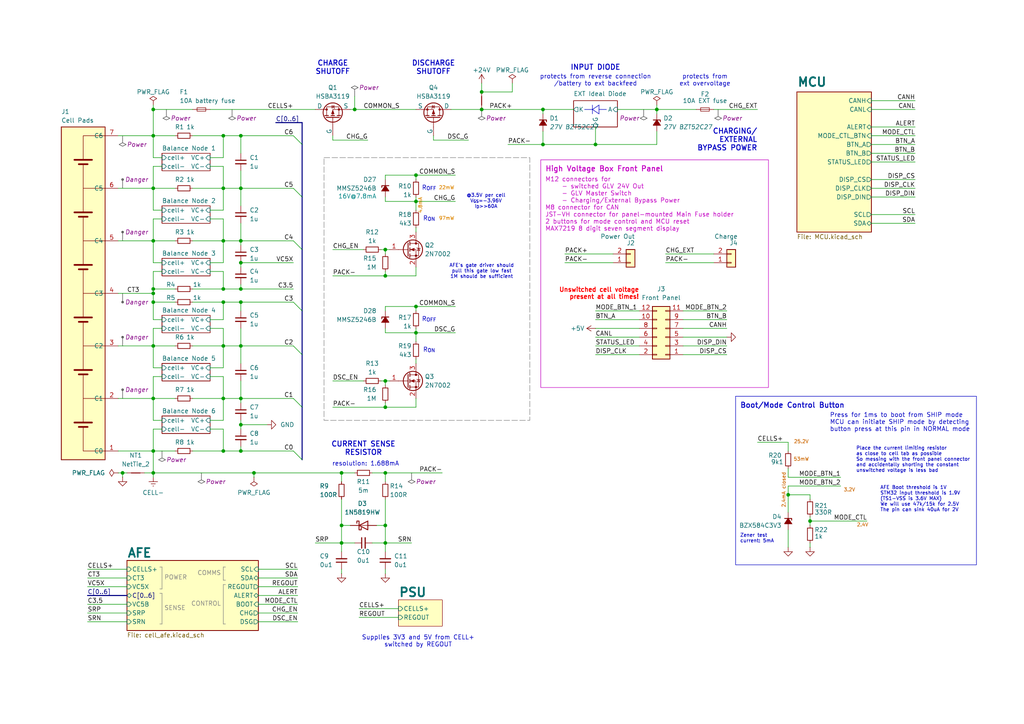
<source format=kicad_sch>
(kicad_sch (version 20231120) (generator "eeschema") (generator_version "8.0")
  (paper "A4")
  (title_block (title "6S_BMS") (date "2025-04-27") (rev "2.0") (company "NTURacing") (comment 1 "Jerrymk, Jack Kuo") (comment 2 "Electrical"))
  (junction (at 44.45 85.09))
  (junction (at 69.85 87.63))
  (junction (at 120.65 50.8))
  (junction (at 35.56 137.16))
  (junction (at 44.45 130.81))
  (junction (at 69.85 54.61))
  (junction (at 234.95 151.13))
  (junction (at 111.76 157.48))
  (junction (at 64.77 130.81))
  (junction (at 157.48 31.75))
  (junction (at 69.85 76.2))
  (junction (at 73.66 137.16))
  (junction (at 44.45 39.37))
  (junction (at 64.77 100.33))
  (junction (at 228.6 143.51))
  (junction (at 111.76 110.49))
  (junction (at 111.76 137.16))
  (junction (at 44.45 31.75))
  (junction (at 69.85 69.85))
  (junction (at 44.45 54.61))
  (junction (at 120.65 58.42))
  (junction (at 111.76 152.4))
  (junction (at 44.45 83.82))
  (junction (at 44.45 115.57))
  (junction (at 190.5 31.75))
  (junction (at 64.77 115.57))
  (junction (at 120.65 88.9))
  (junction (at 111.76 72.39))
  (junction (at 69.85 100.33))
  (junction (at 111.76 80.01))
  (junction (at 172.72 41.91))
  (junction (at 69.85 130.81))
  (junction (at 64.77 87.63))
  (junction (at 64.77 54.61))
  (junction (at 44.45 137.16))
  (junction (at 64.77 39.37))
  (junction (at 139.7 26.67))
  (junction (at 64.77 83.82))
  (junction (at 44.45 69.85))
  (junction (at 69.85 115.57))
  (junction (at 99.06 137.16))
  (junction (at 44.45 100.33))
  (junction (at 139.7 31.75))
  (junction (at 64.77 69.85))
  (junction (at 102.87 31.75))
  (junction (at 69.85 123.19))
  (junction (at 120.65 96.52))
  (junction (at 157.48 41.91))
  (junction (at 99.06 157.48))
  (junction (at 111.76 118.11))
  (junction (at 69.85 39.37))
  (junction (at 99.06 152.4))
  (junction (at 44.45 87.63))
  (junction (at 69.85 83.82))
  (bus_entry (at 85.09 87.63) (size 2.54 2.54))
  (bus_entry (at 85.09 130.81) (size 2.54 2.54))
  (bus_entry (at 85.09 54.61) (size 2.54 2.54))
  (bus_entry (at 85.09 69.85) (size 2.54 2.54))
  (bus_entry (at 85.09 39.37) (size 2.54 2.54))
  (bus_entry (at 85.09 115.57) (size 2.54 2.54))
  (bus_entry (at 85.09 100.33) (size 2.54 2.54))
  (wire (pts (xy 234.95 144.78) (xy 234.95 143.51)))
  (wire (pts (xy 96.52 40.64) (xy 96.52 39.37)))
  (wire (pts (xy 44.45 30.48) (xy 44.45 31.75)))
  (wire (pts (xy 34.29 137.16) (xy 35.56 137.16)))
  (wire (pts (xy 234.95 157.48) (xy 234.95 158.75)))
  (wire (pts (xy 44.45 115.57) (xy 44.45 121.92)))
  (wire (pts (xy 60.96 60.96) (xy 64.77 60.96)))
  (wire (pts (xy 44.45 76.2) (xy 46.99 76.2)))
  (wire (pts (xy 44.45 39.37) (xy 50.8 39.37)))
  (wire (pts (xy 234.95 149.86) (xy 234.95 151.13)))
  (wire (pts (xy 69.85 49.53) (xy 69.85 54.61)))
  (wire (pts (xy 25.4 165.1) (xy 36.83 165.1)))
  (wire (pts (xy 120.65 66.04) (xy 120.65 67.31)))
  (wire (pts (xy 111.76 73.66) (xy 111.76 72.39)))
  (wire (pts (xy 172.72 90.17) (xy 185.42 90.17)))
  (wire (pts (xy 64.77 109.22) (xy 64.77 115.57)))
  (wire (pts (xy 34.29 115.57) (xy 44.45 115.57)))
  (wire (pts (xy 210.82 97.79) (xy 198.12 97.79)))
  (wire (pts (xy 44.45 138.43) (xy 44.45 137.16)))
  (wire (pts (xy 139.7 24.13) (xy 139.7 26.67)))
  (polyline (pts (xy 173.736 33.02) (xy 171.831 31.75)))
  (wire (pts (xy 69.85 130.81) (xy 64.77 130.81)))
  (wire (pts (xy 148.59 24.13) (xy 148.59 26.67)))
  (wire (pts (xy 25.4 167.64) (xy 36.83 167.64)))
  (wire (pts (xy 139.7 31.75) (xy 157.48 31.75)))
  (wire (pts (xy 73.66 137.16) (xy 99.06 137.16)))
  (wire (pts (xy 69.85 54.61) (xy 69.85 59.69)))
  (wire (pts (xy 120.65 57.15) (xy 120.65 58.42)))
  (wire (pts (xy 34.29 130.81) (xy 44.45 130.81)))
  (wire (pts (xy 44.45 45.72) (xy 46.99 45.72)))
  (wire (pts (xy 69.85 90.17) (xy 69.85 87.63)))
  (wire (pts (xy 190.5 31.75) (xy 190.5 33.02)))
  (wire (pts (xy 120.65 99.06) (xy 120.65 96.52)))
  (wire (pts (xy 44.45 69.85) (xy 50.8 69.85)))
  (wire (pts (xy 207.01 31.75) (xy 219.71 31.75)))
  (wire (pts (xy 172.72 100.33) (xy 185.42 100.33)))
  (wire (pts (xy 219.71 128.27) (xy 228.6 128.27)))
  (wire (pts (xy 120.65 88.9) (xy 120.65 90.17)))
  (wire (pts (xy 96.52 40.64) (xy 106.68 40.64)))
  (wire (pts (xy 102.87 27.94) (xy 102.87 31.75)))
  (wire (pts (xy 44.45 54.61) (xy 44.45 60.96)))
  (wire (pts (xy 69.85 110.49) (xy 69.85 115.57)))
  (bus (pts (xy 25.4 172.72) (xy 36.83 172.72)))
  (wire (pts (xy 109.22 152.4) (xy 111.76 152.4)))
  (polyline (pts (xy 46.99 172.085) (xy 46.99 180.975)) (stroke (width 0) (color 132 132 132 1)))
  (wire (pts (xy 252.73 36.83) (xy 265.43 36.83)))
  (wire (pts (xy 210.82 102.87) (xy 198.12 102.87)))
  (wire (pts (xy 111.76 110.49) (xy 113.03 110.49)))
  (wire (pts (xy 64.77 121.92) (xy 64.77 115.57)))
  (wire (pts (xy 120.65 80.01) (xy 120.65 77.47)))
  (wire (pts (xy 172.72 102.87) (xy 185.42 102.87)))
  (wire (pts (xy 44.45 130.81) (xy 44.45 137.16)))
  (wire (pts (xy 74.93 177.8) (xy 86.36 177.8)))
  (wire (pts (xy 69.85 100.33) (xy 85.09 100.33)))
  (wire (pts (xy 44.45 115.57) (xy 50.8 115.57)))
  (bus (pts (xy 87.63 41.91) (xy 87.63 35.56)))
  (wire (pts (xy 179.07 31.75) (xy 190.5 31.75)))
  (wire (pts (xy 74.93 167.64) (xy 86.36 167.64)))
  (polyline (pts (xy 65.405 180.975) (xy 64.77 180.975)) (stroke (width 0) (color 132 132 132 1)))
  (wire (pts (xy 44.45 63.5) (xy 44.45 69.85)))
  (wire (pts (xy 193.04 73.66) (xy 207.01 73.66)))
  (wire (pts (xy 172.72 92.71) (xy 185.42 92.71)))
  (polyline (pts (xy 65.405 164.465) (xy 64.77 164.465)) (stroke (width 0) (color 132 132 132 1)))
  (wire (pts (xy 44.45 100.33) (xy 50.8 100.33)))
  (wire (pts (xy 69.85 123.19) (xy 69.85 124.46)))
  (wire (pts (xy 172.72 95.25) (xy 185.42 95.25)))
  (wire (pts (xy 107.95 137.16) (xy 111.76 137.16)))
  (wire (pts (xy 44.45 78.74) (xy 44.45 83.82)))
  (wire (pts (xy 41.91 137.16) (xy 44.45 137.16)))
  (wire (pts (xy 234.95 151.13) (xy 234.95 152.4)))
  (wire (pts (xy 69.85 39.37) (xy 85.09 39.37)))
  (wire (pts (xy 60.96 121.92) (xy 64.77 121.92)))
  (wire (pts (xy 96.52 118.11) (xy 111.76 118.11)))
  (wire (pts (xy 69.85 54.61) (xy 64.77 54.61)))
  (polyline (pts (xy 65.405 169.545) (xy 64.77 169.545)) (stroke (width 0) (color 132 132 132 1)))
  (wire (pts (xy 111.76 137.16) (xy 128.27 137.16)))
  (wire (pts (xy 111.76 72.39) (xy 113.03 72.39)))
  (wire (pts (xy 104.14 176.53) (xy 115.57 176.53)))
  (wire (pts (xy 44.45 109.22) (xy 44.45 115.57)))
  (wire (pts (xy 228.6 143.51) (xy 228.6 148.59)))
  (wire (pts (xy 193.04 76.2) (xy 207.01 76.2)))
  (wire (pts (xy 69.85 129.54) (xy 69.85 130.81)))
  (wire (pts (xy 96.52 72.39) (xy 105.41 72.39)))
  (wire (pts (xy 252.73 52.07) (xy 265.43 52.07)))
  (wire (pts (xy 69.85 115.57) (xy 64.77 115.57)))
  (polyline (pts (xy 64.77 169.545) (xy 64.77 180.975)) (stroke (width 0) (color 132 132 132 1)))
  (wire (pts (xy 172.72 36.83) (xy 172.72 41.91)))
  (wire (pts (xy 69.85 39.37) (xy 69.85 44.45)))
  (wire (pts (xy 73.66 138.43) (xy 73.66 137.16)))
  (wire (pts (xy 44.45 39.37) (xy 44.45 45.72)))
  (wire (pts (xy 96.52 110.49) (xy 105.41 110.49)))
  (wire (pts (xy 69.85 71.12) (xy 69.85 69.85)))
  (wire (pts (xy 172.72 97.79) (xy 185.42 97.79)))
  (wire (pts (xy 120.65 104.14) (xy 120.65 105.41)))
  (wire (pts (xy 111.76 157.48) (xy 111.76 160.02)))
  (polyline (pts (xy 64.77 164.465) (xy 64.77 168.275)) (stroke (width 0) (color 132 132 132 1)))
  (wire (pts (xy 111.76 111.76) (xy 111.76 110.49)))
  (polyline (pts (xy 173.736 30.48) (xy 173.736 33.02)))
  (wire (pts (xy 44.45 54.61) (xy 50.8 54.61)))
  (wire (pts (xy 111.76 80.01) (xy 120.65 80.01)))
  (wire (pts (xy 44.45 85.09) (xy 44.45 87.63)))
  (bus (pts (xy 87.63 41.91) (xy 87.63 57.15)))
  (polyline (pts (xy 169.545 31.75) (xy 171.958 31.75)))
  (wire (pts (xy 46.99 63.5) (xy 44.45 63.5)))
  (wire (pts (xy 120.65 96.52) (xy 132.08 96.52)))
  (wire (pts (xy 210.82 90.17) (xy 198.12 90.17)))
  (wire (pts (xy 120.65 118.11) (xy 120.65 115.57)))
  (wire (pts (xy 132.08 50.8) (xy 120.65 50.8)))
  (wire (pts (xy 44.45 83.82) (xy 50.8 83.82)))
  (wire (pts (xy 99.06 137.16) (xy 99.06 139.7)))
  (wire (pts (xy 25.4 175.26) (xy 36.83 175.26)))
  (wire (pts (xy 252.73 46.99) (xy 265.43 46.99)))
  (wire (pts (xy 64.77 124.46) (xy 64.77 130.81)))
  (wire (pts (xy 111.76 95.25) (xy 111.76 96.52)))
  (wire (pts (xy 111.76 88.9) (xy 120.65 88.9)))
  (wire (pts (xy 111.76 144.78) (xy 111.76 152.4)))
  (wire (pts (xy 111.76 90.17) (xy 111.76 88.9)))
  (wire (pts (xy 25.4 170.18) (xy 36.83 170.18)))
  (wire (pts (xy 252.73 64.77) (xy 265.43 64.77)))
  (wire (pts (xy 157.48 38.1) (xy 157.48 41.91)))
  (polyline (pts (xy 46.355 172.085) (xy 46.99 172.085)) (stroke (width 0) (color 132 132 132 1)))
  (wire (pts (xy 190.5 30.48) (xy 190.5 31.75)))
  (wire (pts (xy 74.93 180.34) (xy 86.36 180.34)))
  (wire (pts (xy 44.45 106.68) (xy 46.99 106.68)))
  (wire (pts (xy 69.85 95.25) (xy 69.85 100.33)))
  (wire (pts (xy 157.48 31.75) (xy 157.48 33.02)))
  (wire (pts (xy 60.96 63.5) (xy 64.77 63.5)))
  (wire (pts (xy 25.4 177.8) (xy 36.83 177.8)))
  (wire (pts (xy 44.45 130.81) (xy 50.8 130.81)))
  (wire (pts (xy 64.77 63.5) (xy 64.77 69.85)))
  (wire (pts (xy 111.76 137.16) (xy 111.76 139.7)))
  (wire (pts (xy 35.56 137.16) (xy 36.83 137.16)))
  (wire (pts (xy 44.45 48.26) (xy 44.45 54.61)))
  (wire (pts (xy 74.93 172.72) (xy 86.36 172.72)))
  (wire (pts (xy 111.76 152.4) (xy 111.76 157.48)))
  (wire (pts (xy 69.85 64.77) (xy 69.85 69.85)))
  (wire (pts (xy 234.95 151.13) (xy 251.46 151.13)))
  (wire (pts (xy 125.73 39.37) (xy 125.73 40.64)))
  (wire (pts (xy 46.99 78.74) (xy 44.45 78.74)))
  (wire (pts (xy 46.99 109.22) (xy 44.45 109.22)))
  (wire (pts (xy 111.76 165.1) (xy 111.76 166.37)))
  (wire (pts (xy 120.65 58.42) (xy 120.65 60.96)))
  (wire (pts (xy 34.29 69.85) (xy 44.45 69.85)))
  (wire (pts (xy 60.96 109.22) (xy 64.77 109.22)))
  (wire (pts (xy 69.85 76.2) (xy 85.09 76.2)))
  (wire (pts (xy 111.76 96.52) (xy 120.65 96.52)))
  (wire (pts (xy 69.85 87.63) (xy 85.09 87.63)))
  (bus (pts (xy 87.63 72.39) (xy 87.63 90.17)))
  (wire (pts (xy 252.73 41.91) (xy 265.43 41.91)))
  (wire (pts (xy 34.29 100.33) (xy 44.45 100.33)))
  (wire (pts (xy 110.49 72.39) (xy 111.76 72.39)))
  (wire (pts (xy 99.06 152.4) (xy 101.6 152.4)))
  (wire (pts (xy 69.85 130.81) (xy 85.09 130.81)))
  (wire (pts (xy 163.83 73.66) (xy 177.8 73.66)))
  (wire (pts (xy 69.85 76.2) (xy 69.85 77.47)))
  (wire (pts (xy 60.96 106.68) (xy 64.77 106.68)))
  (wire (pts (xy 69.85 115.57) (xy 85.09 115.57)))
  (wire (pts (xy 44.45 87.63) (xy 50.8 87.63)))
  (bus (pts (xy 87.63 90.17) (xy 87.63 102.87)))
  (polyline (pts (xy 171.831 30.48) (xy 171.831 33.02)))
  (wire (pts (xy 228.6 158.75) (xy 228.6 153.67)))
  (wire (pts (xy 44.45 92.71) (xy 46.99 92.71)))
  (wire (pts (xy 265.43 29.21) (xy 252.73 29.21)))
  (wire (pts (xy 69.85 100.33) (xy 64.77 100.33)))
  (wire (pts (xy 64.77 100.33) (xy 55.88 100.33)))
  (wire (pts (xy 172.72 41.91) (xy 190.5 41.91)))
  (wire (pts (xy 74.93 165.1) (xy 86.36 165.1)))
  (wire (pts (xy 44.45 137.16) (xy 73.66 137.16)))
  (wire (pts (xy 111.76 118.11) (xy 120.65 118.11)))
  (wire (pts (xy 55.88 83.82) (xy 64.77 83.82)))
  (wire (pts (xy 44.45 124.46) (xy 44.45 130.81)))
  (wire (pts (xy 60.96 31.75) (xy 91.44 31.75)))
  (wire (pts (xy 64.77 92.71) (xy 64.77 87.63)))
  (wire (pts (xy 69.85 87.63) (xy 64.77 87.63)))
  (wire (pts (xy 44.45 121.92) (xy 46.99 121.92)))
  (polyline (pts (xy 171.831 31.75) (xy 173.736 30.48)))
  (bus (pts (xy 87.63 118.11) (xy 87.63 133.35)))
  (wire (pts (xy 198.12 92.71) (xy 210.82 92.71)))
  (wire (pts (xy 64.77 69.85) (xy 55.88 69.85)))
  (wire (pts (xy 96.52 80.01) (xy 111.76 80.01)))
  (wire (pts (xy 46.99 48.26) (xy 44.45 48.26)))
  (wire (pts (xy 44.45 95.25) (xy 44.45 100.33)))
  (wire (pts (xy 60.96 124.46) (xy 64.77 124.46)))
  (polyline (pts (xy 46.355 164.465) (xy 46.99 164.465)) (stroke (width 0) (color 132 132 132 1)))
  (wire (pts (xy 64.77 130.81) (xy 55.88 130.81)))
  (wire (pts (xy 157.48 31.75) (xy 166.37 31.75)))
  (wire (pts (xy 148.59 26.67) (xy 139.7 26.67)))
  (wire (pts (xy 60.96 92.71) (xy 64.77 92.71)))
  (wire (pts (xy 91.44 157.48) (xy 99.06 157.48)))
  (wire (pts (xy 252.73 44.45) (xy 265.43 44.45)))
  (bus (pts (xy 80.01 35.56) (xy 87.63 35.56)))
  (wire (pts (xy 132.08 88.9) (xy 120.65 88.9)))
  (wire (pts (xy 69.85 54.61) (xy 85.09 54.61)))
  (wire (pts (xy 74.93 175.26) (xy 86.36 175.26)))
  (wire (pts (xy 228.6 128.27) (xy 228.6 130.81)))
  (wire (pts (xy 74.93 170.18) (xy 86.36 170.18)))
  (wire (pts (xy 44.45 31.75) (xy 55.88 31.75)))
  (polyline (pts (xy 46.355 180.975) (xy 46.99 180.975)) (stroke (width 0) (color 132 132 132 1)))
  (wire (pts (xy 69.85 123.19) (xy 77.47 123.19)))
  (wire (pts (xy 64.77 45.72) (xy 64.77 39.37)))
  (wire (pts (xy 111.76 58.42) (xy 111.76 57.15)))
  (wire (pts (xy 60.96 78.74) (xy 64.77 78.74)))
  (wire (pts (xy 69.85 121.92) (xy 69.85 123.19)))
  (wire (pts (xy 64.77 60.96) (xy 64.77 54.61)))
  (wire (pts (xy 99.06 152.4) (xy 99.06 157.48)))
  (wire (pts (xy 252.73 54.61) (xy 265.43 54.61)))
  (wire (pts (xy 111.76 50.8) (xy 120.65 50.8)))
  (wire (pts (xy 163.83 76.2) (xy 177.8 76.2)))
  (wire (pts (xy 228.6 140.97) (xy 243.84 140.97)))
  (wire (pts (xy 69.85 100.33) (xy 69.85 105.41)))
  (polyline (pts (xy 46.355 170.815) (xy 46.99 170.815)) (stroke (width 0) (color 132 132 132 1)))
  (wire (pts (xy 25.4 180.34) (xy 36.83 180.34)))
  (wire (pts (xy 44.45 100.33) (xy 44.45 106.68)))
  (wire (pts (xy 69.85 82.55) (xy 69.85 83.82)))
  (wire (pts (xy 44.45 124.46) (xy 46.99 124.46)))
  (wire (pts (xy 99.06 157.48) (xy 102.87 157.48)))
  (wire (pts (xy 99.06 144.78) (xy 99.06 152.4)))
  (wire (pts (xy 64.77 76.2) (xy 64.77 69.85)))
  (wire (pts (xy 44.45 69.85) (xy 44.45 76.2)))
  (wire (pts (xy 46.99 95.25) (xy 44.45 95.25)))
  (wire (pts (xy 157.48 41.91) (xy 172.72 41.91)))
  (wire (pts (xy 252.73 62.23) (xy 265.43 62.23)))
  (wire (pts (xy 60.96 95.25) (xy 64.77 95.25)))
  (wire (pts (xy 60.96 48.26) (xy 64.77 48.26)))
  (wire (pts (xy 190.5 38.1) (xy 190.5 41.91)))
  (wire (pts (xy 44.45 83.82) (xy 44.45 85.09)))
  (wire (pts (xy 111.76 80.01) (xy 111.76 78.74)))
  (bus (pts (xy 87.63 57.15) (xy 87.63 72.39)))
  (wire (pts (xy 111.76 157.48) (xy 119.38 157.48)))
  (wire (pts (xy 64.77 78.74) (xy 64.77 83.82)))
  (polyline (pts (xy 46.99 164.465) (xy 46.99 170.815)) (stroke (width 0) (color 132 132 132 1)))
  (wire (pts (xy 111.76 118.11) (xy 111.76 116.84)))
  (wire (pts (xy 64.77 48.26) (xy 64.77 54.61)))
  (wire (pts (xy 228.6 140.97) (xy 228.6 143.51)))
  (wire (pts (xy 252.73 57.15) (xy 265.43 57.15)))
  (wire (pts (xy 34.29 85.09) (xy 44.45 85.09)))
  (wire (pts (xy 69.85 69.85) (xy 85.09 69.85)))
  (wire (pts (xy 210.82 100.33) (xy 198.12 100.33)))
  (wire (pts (xy 228.6 135.89) (xy 228.6 138.43)))
  (bus (pts (xy 87.63 102.87) (xy 87.63 118.11)))
  (wire (pts (xy 35.56 138.43) (xy 35.56 137.16)))
  (wire (pts (xy 110.49 110.49) (xy 111.76 110.49)))
  (wire (pts (xy 120.65 50.8) (xy 120.65 52.07)))
  (wire (pts (xy 64.77 106.68) (xy 64.77 100.33)))
  (wire (pts (xy 34.29 39.37) (xy 44.45 39.37)))
  (wire (pts (xy 99.06 165.1) (xy 99.06 166.37)))
  (wire (pts (xy 120.65 95.25) (xy 120.65 96.52)))
  (wire (pts (xy 228.6 138.43) (xy 243.84 138.43)))
  (wire (pts (xy 69.85 69.85) (xy 64.77 69.85)))
  (wire (pts (xy 64.77 87.63) (xy 55.88 87.63)))
  (wire (pts (xy 190.5 31.75) (xy 201.93 31.75)))
  (wire (pts (xy 44.45 31.75) (xy 44.45 39.37)))
  (wire (pts (xy 60.96 45.72) (xy 64.77 45.72)))
  (wire (pts (xy 99.06 137.16) (xy 102.87 137.16)))
  (wire (pts (xy 265.43 31.75) (xy 252.73 31.75)))
  (polyline (pts (xy 65.405 168.275) (xy 64.77 168.275)) (stroke (width 0) (color 132 132 132 1)))
  (wire (pts (xy 60.96 76.2) (xy 64.77 76.2)))
  (wire (pts (xy 147.32 41.91) (xy 157.48 41.91)))
  (wire (pts (xy 64.77 115.57) (xy 55.88 115.57)))
  (wire (pts (xy 64.77 54.61) (xy 55.88 54.61)))
  (wire (pts (xy 111.76 52.07) (xy 111.76 50.8)))
  (wire (pts (xy 69.85 83.82) (xy 85.09 83.82)))
  (wire (pts (xy 130.81 31.75) (xy 139.7 31.75)))
  (wire (pts (xy 210.82 95.25) (xy 198.12 95.25)))
  (wire (pts (xy 101.6 31.75) (xy 102.87 31.75)))
  (wire (pts (xy 69.85 115.57) (xy 69.85 116.84)))
  (wire (pts (xy 55.88 39.37) (xy 64.77 39.37)))
  (wire (pts (xy 34.29 54.61) (xy 44.45 54.61)))
  (wire (pts (xy 234.95 143.51) (xy 228.6 143.51)))
  (wire (pts (xy 120.65 58.42) (xy 132.08 58.42)))
  (wire (pts (xy 102.87 31.75) (xy 120.65 31.75)))
  (wire (pts (xy 64.77 39.37) (xy 69.85 39.37)))
  (wire (pts (xy 120.65 58.42) (xy 111.76 58.42)))
  (wire (pts (xy 252.73 39.37) (xy 265.43 39.37)))
  (wire (pts (xy 44.45 60.96) (xy 46.99 60.96)))
  (polyline (pts (xy 173.736 31.75) (xy 175.895 31.75)))
  (wire (pts (xy 111.76 157.48) (xy 107.95 157.48)))
  (wire (pts (xy 44.45 87.63) (xy 44.45 92.71)))
  (wire (pts (xy 104.14 179.07) (xy 115.57 179.07)))
  (wire (pts (xy 99.06 157.48) (xy 99.06 160.02)))
  (wire (pts (xy 64.77 95.25) (xy 64.77 100.33)))
  (wire (pts (xy 135.89 40.64) (xy 125.73 40.64)))
  (wire (pts (xy 64.77 83.82) (xy 69.85 83.82)))
  (rectangle (start 156.845 46.355) (end 222.885 112.395) (stroke (width 0) (color 194 0 194 1)))
  (rectangle (start 93.98 45.72) (end 153.67 121.92) (stroke (width 0) (type dash) (color 132 132 132 1)))
  (rectangle (start 213.36 114.935) (end 283.21 163.83))
  (text "CHARGE\nSHUTOFF" (at 96.52 19.685 0) (effects (font (size 1.5 1.5) (thickness 0.254) (bold yes))))
  (text "53mW" (at 232.41 133.35 0) (effects (font (size 1 1))))
  (text "4.8mA" (at 121.92 59.69 90) (effects (font (size 1 1))))
  (text "3.2V" (at 246.38 142.24 0) (effects (font (size 1 1))))
  (text "DISCHARGE\nSHUTOFF" (at 125.73 19.685 0) (effects (font (size 1.5 1.5) (thickness 0.254) (bold yes))))
  (text "Unswitched cell voltage\npresent at all times!" (at 185.42 86.995 0) (effects (font (size 1.27 1.27) (thickness 0.254) (bold yes)) (justify right bottom)))
  (text "COMMS" (at 64.135 166.37 0) (effects (font (size 1.27 1.27)) (justify right)))
  (text "Place the current limiting resistor \nas close to cell tab as possible\nSo messing with the front panel connector \nand accidentally shorting the constant\nunswitched voltage is less bad" (at 248.285 133.35 0) (effects (font (size 1 1)) (justify left)))
  (text "R_{OFF}" (at 124.46 54.61 0) (effects (font (size 1.27 1.27))))
  (text "POWER" (at 47.625 167.64 0) (effects (font (size 1.27 1.27)) (justify left)))
  (text "protects from\next overvoltage" (at 204.47 21.59 0) (effects (font (size 1.27 1.27)) (justify top)))
  (text "protects from reverse connection\n/battery to ext backfeed" (at 172.72 21.59 0) (effects (font (size 1.27 1.27)) (justify top)))
  (text "INPUT DIODE" (at 172.72 19.685 0) (effects (font (size 1.5 1.5) (thickness 0.254) (bold yes))))
  (text "97mW" (at 129.54 63.5 0) (effects (font (size 1 1))))
  (text "Zener test\ncurrent: 5mA" (at 214.63 156.21 0) (effects (font (size 1 1)) (justify left)))
  (text "Supplies 3V3 and 5V from CELL+\nswitched by REGOUT" (at 121.285 186.055 0) (effects (font (size 1.27 1.27) (thickness 0.1588))))
  (text "Boot/Mode Control Button" (at 214.63 116.84 0) (effects (font (size 1.5 1.5) (thickness 0.254) (bold yes)) (justify left top)))
  (text "25.2V" (at 232.41 128.27 0) (effects (font (size 1 1))))
  (text "CHARGING/\nEXTERNAL\nBYPASS POWER" (at 219.71 40.64 0) (effects (font (size 1.5 1.5) (thickness 0.254) (bold yes)) (justify right)))
  (text "AFE Boot threshold is 1V\nSTM32 input threshold is 1.9V\n(TS1-VSS is 3.6V MAX)\nWe will use 47k/15k for 2.5V\nThe pin can sink 40uA for 2V" (at 255.27 144.78 0) (effects (font (size 1 1)) (justify left)))
  (text "@3.5V per cell\nV_{GS}=-3.96V\nI_{D}>>60A" (at 140.97 58.42 0) (effects (font (size 1 1))))
  (text "M12 connectors for \n	- switched GLV 24V Out\n	- GLV Master Switch\n	- Charging/External Bypass Power\nM8 connector for CAN\nJST-VH connector for panel-mounted Main Fuse holder\n2 buttons for mode control and MCU reset\nMAX7219 8 digit seven segment display" (at 158.115 51.435 0) (effects (font (size 1.27 1.27)) (justify left top)))
  (text "2.4mA closed" (at 227.33 142.24 90) (effects (font (size 1 1))))
  (text "resolution: 1.688mA" (at 106.045 134.62 0) (effects (font (size 1.27 1.27))))
  (text "R_{ON}" (at 124.46 101.6 0) (effects (font (size 1.27 1.27))))
  (text "CONTROL" (at 64.135 175.26 0) (effects (font (size 1.27 1.27)) (justify right)))
  (text "R_{OFF}" (at 124.46 92.71 0) (effects (font (size 1.27 1.27))))
  (text "R_{ON}" (at 124.46 63.5 0) (effects (font (size 1.27 1.27))))
  (text "High Voltage Box Front Panel" (at 158.115 48.26 0) (effects (font (size 1.5 1.5) (thickness 0.254) (bold yes)) (justify left top)))
  (text "CURRENT SENSE\nRESISTOR" (at 105.41 130.175 0) (effects (font (size 1.5 1.5) (thickness 0.254) (bold yes))))
  (text "Press for 1ms to boot from SHIP mode\nMCU can initiate SHIP mode by detecting\nbutton press at this pin in NORMAL mode" (at 240.665 122.555 0) (effects (font (size 1.27 1.27)) (justify left)))
  (text "AFE's gate driver should\npull this gate low fast\n1M should be sufficient" (at 139.7 78.74 0) (effects (font (size 1 1))))
  (text "22mW" (at 129.54 54.61 0) (effects (font (size 1 1))))
  (text "SENSE" (at 47.625 176.53 0) (effects (font (size 1.27 1.27)) (justify left)))
  (text "16V@7.8mA" (at 109.22 57.15 0) (effects (font (size 1.27 1.27)) (justify right)))
  (text "2.4V" (at 250.19 152.4 0) (effects (font (size 1 1))))
  (label "MODE_BTN_1" (at 243.84 138.43 180))
  (label "SRP" (at 91.44 157.48 0))
  (label "PACK-" (at 147.32 41.91 0))
  (label "CHG_EXT" (at 219.71 31.75 180))
  (label "MODE_CTL" (at 86.36 175.26 180))
  (label "SDA" (at 86.36 167.64 180))
  (label "DISP_CLK" (at 172.72 102.87 0))
  (label "DSC_G" (at 132.08 96.52 180))
  (label "CHG_EXT" (at 193.04 73.66 0))
  (label "CELLS+" (at 219.71 128.27 0))
  (label "CANH" (at 265.43 29.21 180))
  (label "DISP_DIN" (at 265.43 57.15 180))
  (label "C[0..6]" (at 80.01 35.56 0))
  (label "CELLS+" (at 25.4 165.1 0))
  (label "MODE_CTL" (at 265.43 39.37 180))
  (label "COMMON_S" (at 105.41 31.75 0))
  (label "SDA" (at 265.43 64.77 180))
  (label "DISP_DIN" (at 210.82 100.33 180))
  (label "CANL" (at 172.72 97.79 0))
  (label "PACK-" (at 128.27 137.16 180))
  (label "SCL" (at 265.43 62.23 180))
  (label "C4" (at 85.09 69.85 180))
  (label "DSC_G" (at 135.89 40.64 180))
  (label "DSC_EN" (at 96.52 110.49 0))
  (label "REGOUT" (at 86.36 170.18 180))
  (label "DISP_CS" (at 265.43 52.07 180))
  (label "CT3" (at 25.4 167.64 0))
  (label "SRN" (at 119.38 157.48 180))
  (label "PACK-" (at 163.83 76.2 0))
  (label "VC5X" (at 85.09 76.2 180))
  (label "C3.5" (at 85.09 83.82 180))
  (label "C3" (at 85.09 87.63 180))
  (label "VC5X" (at 25.4 170.18 0))
  (label "MODE_BTN_2" (at 210.82 90.17 180))
  (label "CHG_EN" (at 96.52 72.39 0))
  (label "C[0..6]" (at 25.4 172.72 0))
  (label "CT3" (at 36.83 85.09 0))
  (label "BTN_B" (at 210.82 92.71 180))
  (label "SRP" (at 25.4 177.8 0))
  (label "DISP_CLK" (at 265.43 54.61 180))
  (label "PACK-" (at 193.04 76.2 0))
  (label "SRN" (at 25.4 180.34 0))
  (label "C1" (at 85.09 115.57 180))
  (label "PACK-" (at 96.52 80.01 0))
  (label "COMMON_S" (at 132.08 88.9 180))
  (label "CHG_G" (at 132.08 58.42 180))
  (label "MODE_CTL" (at 251.46 151.13 180))
  (label "REGOUT" (at 104.14 179.07 0))
  (label "PACK-" (at 96.52 118.11 0))
  (label "CHG_G" (at 106.68 40.64 180))
  (label "MODE_BTN_2" (at 243.84 140.97 180))
  (label "CELLS+" (at 85.09 31.75 180))
  (label "BTN_A" (at 265.43 41.91 180))
  (label "STATUS_LED" (at 265.43 46.99 180))
  (label "C3.5" (at 25.4 175.26 0))
  (label "SCL" (at 86.36 165.1 180))
  (label "CELLS+" (at 104.14 176.53 0))
  (label "BTN_B" (at 265.43 44.45 180))
  (label "C2" (at 85.09 100.33 180))
  (label "DSC_EN" (at 86.36 180.34 180))
  (label "C6" (at 85.09 39.37 180))
  (label "C0" (at 85.09 130.81 180))
  (label "CANH" (at 210.82 95.25 180))
  (label "ALERT" (at 265.43 36.83 180))
  (label "BTN_A" (at 172.72 92.71 0))
  (label "STATUS_LED" (at 172.72 100.33 0))
  (label "COMMON_S" (at 132.08 50.8 180))
  (label "PACK+" (at 163.83 73.66 0))
  (label "CANL" (at 265.43 31.75 180))
  (label "MODE_BTN_1" (at 172.72 90.17 0))
  (label "C5" (at 85.09 54.61 180))
  (label "CHG_EN" (at 86.36 177.8 180))
  (label "ALERT" (at 86.36 172.72 180))
  (label "PACK+" (at 148.59 31.75 180))
  (label "DISP_CS" (at 210.82 102.87 180))
  (netclass_flag "" (length 2.54) (shape diamond) (at 58.42 137.16 180) (property "Netclass" "Power" (at 59.6265 139.7 0) (effects (font (italic yes)) (justify left))))
  (netclass_flag "" (length 2.54) (shape dot) (at 35.56 115.57 0) (property "Netclass" "Danger" (at 36.2585 113.03 0) (effects (font (italic yes)) (justify left))))
  (netclass_flag "" (length 2.54) (shape diamond) (at 48.26 31.75 180) (property "Netclass" "Power" (at 49.4665 34.29 0) (effects (font (italic yes)) (justify left))))
  (netclass_flag "" (length 2.54) (shape diamond) (at 139.7 31.75 180) (property "Netclass" "Power" (at 140.9065 34.29 0) (effects (font (italic yes)) (justify left))))
  (netclass_flag "" (length 2.54) (shape dot) (at 35.56 85.09 180) (property "Netclass" "Danger" (at 36.2585 87.63 0) (effects (font (italic yes)) (justify left))))
  (netclass_flag "" (length 2.54) (shape diamond) (at 35.56 39.37 180) (property "Netclass" "Power" (at 36.7665 41.91 0) (effects (font (italic yes)) (justify left))))
  (netclass_flag "" (length 2.54) (shape diamond) (at 119.38 137.16 180) (property "Netclass" "Power" (at 120.5865 139.7 0) (effects (font (italic yes)) (justify left))))
  (netclass_flag "" (length 2.54) (shape diamond) (at 102.87 27.94 0) (property "Netclass" "Power" (at 104.0765 25.4 0) (effects (font (italic yes)) (justify left))))
  (netclass_flag "" (length 2.54) (shape dot) (at 35.56 54.61 0) (property "Netclass" "Danger" (at 36.2585 52.07 0) (effects (font (italic yes)) (justify left))))
  (netclass_flag "" (length 2.54) (shape diamond) (at 67.31 31.75 180) (property "Netclass" "Power" (at 68.5165 34.29 0) (effects (font (italic yes)) (justify left))))
  (netclass_flag "" (length 2.54) (shape dot) (at 35.56 100.33 0) (property "Netclass" "Danger" (at 36.2585 97.79 0) (effects (font (italic yes)) (justify left))))
  (netclass_flag "" (length 2.54) (shape diamond) (at 46.99 130.81 180) (property "Netclass" "Power" (at 48.1965 133.35 0) (effects (font (italic yes)) (justify left))))
  (netclass_flag "" (length 2.54) (shape diamond) (at 186.69 31.75 180) (property "Netclass" "Power" (at 185.4835 34.29 0) (effects (font (italic yes)) (justify right))))
  (netclass_flag "" (length 2.54) (shape diamond) (at 208.28 31.75 180) (property "Netclass" "Power" (at 209.4865 34.29 0) (effects (font (italic yes)) (justify left))))
  (netclass_flag "" (length 2.54) (shape dot) (at 35.56 69.85 0) (property "Netclass" "Danger" (at 36.2585 67.31 0) (effects (font (italic yes)) (justify left))))
  (symbol (lib_id "Device:R_Small") (at 105.41 137.16 90) (unit 1)
    (property "Reference" "R11" (at 105.41 139.7 90))
    (property "Value" "5m" (at 105.41 142.24 90))
    (property "Footprint" "Resistor_SMD:R_2512_6332Metric" (effects (hide yes)))
    (property "Description" "Resistor, small symbol" (effects (hide yes)))
  )
  (symbol (lib_id "power:+24V") (at 139.7 24.13 0) (unit 1)
    (property "Reference" "#PWR09" (effects (hide yes)))
    (property "Value" "+24V" (at 139.7 20.32 0))
    (property "Description" "Power symbol creates a global label with name \"+24V\"" (effects (hide yes)))
  )
  (symbol (lib_id "Device:R_Small") (at 53.34 69.85 90) (unit 1)
    (property "Reference" "R3" (at 52.07 67.31 90))
    (property "Value" "1k" (at 55.245 67.31 90))
    (property "Footprint" "Resistor_SMD:R_0402_1005Metric" (effects (hide yes)))
    (property "Description" "Resistor, small symbol" (effects (hide yes)))
  )
  (symbol (lib_id "power:GND") (at 77.47 123.19 90) (unit 1)
    (property "Reference" "#PWR02" (effects (hide yes)))
    (property "Value" "GND" (at 81.28 123.1899 90) (effects (justify right)))
    (property "Description" "Power symbol creates a global label with name \"GND\" , ground" (effects (hide yes)))
  )
  (symbol (lib_id "nturt_kicad_lib_EP6:HSBA3119_PMOS_GSDnumber") (at 125.73 34.29 270) (mirror x) (unit 1)
    (property "Reference" "Q4" (at 125.73 25.4 90))
    (property "Value" "HSBA3119" (at 125.73 27.94 90))
    (property "Footprint" "nturt_kicad_lib_EP6:HSBA3119_PRPAK5X6" (effects (hide yes)))
    (property "Datasheet" "https://ngspice.sourceforge.io/docs/ngspice-html-manual/manual.xhtml#cha_MOSFETs" (effects (hide yes)))
    (property "Description" "P-MOSFET transistor, drain/source/gate" (effects (hide yes)))
    (property "Sim.Device" "PMOS" (effects (hide yes)))
    (property "Sim.Type" "VDMOS" (effects (hide yes)))
    (property "Sim.Pins" "1=D 2=G 3=S" (effects (hide yes)))
  )
  (symbol (lib_id "Device:R_Small") (at 53.34 130.81 90) (unit 1)
    (property "Reference" "R8" (at 52.07 128.27 90))
    (property "Value" "1k" (at 55.245 128.27 90))
    (property "Footprint" "Resistor_SMD:R_0402_1005Metric" (effects (hide yes)))
    (property "Description" "Resistor, small symbol" (effects (hide yes)))
  )
  (symbol (lib_id "Device:R_Small") (at 53.34 115.57 90) (unit 1)
    (property "Reference" "R7" (at 52.07 113.03 90))
    (property "Value" "1k" (at 55.245 113.03 90))
    (property "Footprint" "Resistor_SMD:R_0402_1005Metric" (effects (hide yes)))
    (property "Description" "Resistor, small symbol" (effects (hide yes)))
  )
  (symbol (lib_id "power:PWR_FLAG") (at 148.59 24.13 0) (unit 1)
    (property "Reference" "#FLG03" (effects (hide yes)))
    (property "Value" "PWR_FLAG" (at 148.59 20.32 0))
    (property "Description" "Special symbol for telling ERC where power comes from" (effects (hide yes)))
  )
  (symbol (lib_id "Device:C_Small") (at 69.85 92.71 0) (unit 1)
    (property "Reference" "C5" (at 72.39 91.44 0) (effects (justify left)))
    (property "Value" "1u" (at 72.39 93.98 0) (effects (justify left)))
    (property "Footprint" "Capacitor_SMD:C_0402_1005Metric" (effects (hide yes)))
    (property "Description" "Unpolarized capacitor, small symbol" (effects (hide yes)))
  )
  (symbol (lib_id "Device:R_Small") (at 120.65 92.71 0) (unit 1)
    (property "Reference" "R17" (at 119.38 92.075 0) (effects (justify right)))
    (property "Value" "1k" (at 119.38 94.615 0) (effects (justify right)))
    (property "Footprint" "Resistor_SMD:R_0805_2012Metric" (effects (hide yes)))
    (property "Description" "Resistor, small symbol" (effects (hide yes)))
  )
  (symbol (lib_id "Transistor_FET:2N7002") (at 118.11 110.49 0) (unit 1)
    (property "Reference" "Q3" (at 123.19 109.22 0) (effects (justify left)))
    (property "Value" "2N7002" (at 123.19 111.76 0) (effects (justify left)))
    (property "Footprint" "Package_TO_SOT_SMD:SOT-23" (effects (hide yes)))
    (property "Datasheet" "https://www.onsemi.com/pub/Collateral/NDS7002A-D.PDF" (effects (hide yes)))
    (property "Description" "0.115A Id, 60V Vds, N-Channel MOSFET, SOT-23" (effects (hide yes)))
  )
  (symbol (lib_id "power:PWR_FLAG") (at 190.5 30.48 0) (unit 1)
    (property "Reference" "#FLG04" (effects (hide yes)))
    (property "Value" "PWR_FLAG" (at 190.5 26.67 0))
    (property "Description" "Special symbol for telling ERC where power comes from" (effects (hide yes)))
  )
  (symbol (lib_id "Device:C_Small") (at 69.85 62.23 0) (unit 1)
    (property "Reference" "C2" (at 72.39 60.96 0) (effects (justify left)))
    (property "Value" "1u" (at 72.39 63.5 0) (effects (justify left)))
    (property "Footprint" "Capacitor_SMD:C_0402_1005Metric" (effects (hide yes)))
    (property "Description" "Unpolarized capacitor, small symbol" (effects (hide yes)))
  )
  (symbol (lib_id "Device:C_Small") (at 69.85 127 0) (unit 1)
    (property "Reference" "C8" (at 72.39 125.73 0) (effects (justify left)))
    (property "Value" "1u" (at 72.39 128.27 0) (effects (justify left)))
    (property "Footprint" "Capacitor_SMD:C_0402_1005Metric" (effects (hide yes)))
    (property "Description" "Unpolarized capacitor, small symbol" (effects (hide yes)))
  )
  (symbol (lib_id "Device:R_Small") (at 120.65 63.5 0) (unit 1)
    (property "Reference" "R18" (at 119.38 62.23 0) (effects (justify right)))
    (property "Value" "4k3" (at 119.38 64.77 0) (effects (justify right)))
    (property "Footprint" "Resistor_SMD:R_0805_2012Metric" (effects (hide yes)))
    (property "Description" "Resistor, small symbol" (effects (hide yes)))
  )
  (symbol (lib_id "Device:R_Small") (at 120.65 54.61 0) (unit 1)
    (property "Reference" "R10" (at 119.38 53.975 0) (effects (justify right)))
    (property "Value" "1k" (at 119.38 56.515 0) (effects (justify right)))
    (property "Footprint" "Resistor_SMD:R_0805_2012Metric" (effects (hide yes)))
    (property "Description" "Resistor, small symbol" (effects (hide yes)))
  )
  (symbol (lib_id "Device:NetTie_2") (at 139.7 29.21 90) (unit 1) (in_bom no) (on_board no)
    (property "Reference" "NT2" (effects (hide yes)))
    (property "Value" "NetTie_2" (effects (hide yes)))
    (property "Description" "Net tie, 2 pins" (effects (hide yes)))
  )
  (symbol (lib_name "GND_1") (lib_id "power:GND") (at 210.82 97.79 90) (mirror x) (unit 1)
    (property "Reference" "#PWR05" (effects (hide yes)))
    (property "Value" "GND" (effects (hide yes)))
    (property "Description" "Power symbol creates a global label with name \"GND\" , ground" (effects (hide yes)))
  )
  (symbol (lib_id "power:Earth") (at 44.45 138.43 0) (unit 1)
    (property "Reference" "#PWR073" (effects (hide yes)))
    (property "Value" "CELL-" (at 44.45 142.875 0))
    (property "Description" "Power symbol creates a global label with name \"Earth\"" (effects (hide yes)))
  )
  (symbol (lib_id "Device:R_Small") (at 234.95 147.32 0) (mirror x) (unit 1)
    (property "Reference" "R21" (at 236.22 146.685 0) (effects (justify left)))
    (property "Value" "330R" (at 236.22 148.59 0) (effects (justify left)))
    (property "Footprint" "Resistor_SMD:R_0402_1005Metric" (effects (hide yes)))
    (property "Description" "Resistor, small symbol" (effects (hide yes)))
  )
  (symbol (lib_id "nturt_kicad_lib_EP6:6S_Battery") (at 24.13 107.95 0) (mirror y) (unit 1) (in_bom no)
    (property "Reference" "J1" (at 17.78 32.385 0) (effects (justify right)))
    (property "Value" "Cell Pads" (at 17.78 34.925 0) (effects (justify right)))
    (property "Footprint" "nturt_kicad_lib_EP6:6S_batteries_100mm_across" (effects (hide yes)))
    (property "Description" "Generic connector, single row, 01x07, script generated (kicad-library-utils/schlib/autogen/connector/)" (effects (hide yes)))
  )
  (symbol (lib_id "Device:C_Small") (at 99.06 162.56 180) (unit 1)
    (property "Reference" "C9" (at 92.71 161.29 0) (effects (justify right)))
    (property "Value" "0u1" (at 92.71 163.83 0) (effects (justify right)))
    (property "Footprint" "Capacitor_SMD:C_0402_1005Metric" (effects (hide yes)))
    (property "Description" "Unpolarized capacitor, small symbol" (effects (hide yes)))
  )
  (symbol (lib_id "power:GND") (at 234.95 158.75 0) (mirror y) (unit 1)
    (property "Reference" "#PWR016" (effects (hide yes)))
    (property "Value" "GND" (effects (hide yes)))
    (property "Description" "Power symbol creates a global label with name \"GND\" , ground" (effects (hide yes)))
  )
  (symbol (lib_id "power:GND") (at 99.06 166.37 0) (mirror y) (unit 1)
    (property "Reference" "#PWR03" (effects (hide yes)))
    (property "Value" "GND" (effects (hide yes)))
    (property "Description" "Power symbol creates a global label with name \"GND\" , ground" (effects (hide yes)))
  )
  (symbol (lib_id "Device:R_Small") (at 107.95 110.49 90) (unit 1)
    (property "Reference" "R13" (at 107.95 105.41 90))
    (property "Value" "1k" (at 107.95 107.95 90))
    (property "Footprint" "Resistor_SMD:R_0402_1005Metric" (effects (hide yes)))
    (property "Description" "Resistor, small symbol" (effects (hide yes)))
  )
  (symbol (lib_id "Device:R_Small") (at 53.34 100.33 90) (unit 1)
    (property "Reference" "R6" (at 52.07 97.79 90))
    (property "Value" "1k" (at 55.245 97.79 90))
    (property "Footprint" "Resistor_SMD:R_0402_1005Metric" (effects (hide yes)))
    (property "Description" "Resistor, small symbol" (effects (hide yes)))
  )
  (symbol (lib_id "Device:Fuse_Small") (at 58.42 31.75 0) (mirror y) (unit 1)
    (property "Reference" "F1" (at 52.07 26.67 0) (effects (justify right)))
    (property "Value" "10A battery fuse" (at 52.07 29.21 0) (effects (justify right)))
    (property "Footprint" "Fuse:Fuse_1210_3225Metric_Pad1.42x2.65mm_HandSolder" (effects (hide yes)))
    (property "Description" "Fuse, small symbol" (effects (hide yes)))
  )
  (symbol (lib_id "power:GND") (at 35.56 138.43 0) (mirror y) (unit 1)
    (property "Reference" "#PWR01" (effects (hide yes)))
    (property "Value" "GND" (effects (hide yes)))
    (property "Description" "Power symbol creates a global label with name \"GND\" , ground" (effects (hide yes)))
  )
  (symbol (lib_id "power:PWR_FLAG") (at 73.66 138.43 180) (unit 1)
    (property "Reference" "#FLG02" (effects (hide yes)))
    (property "Value" "PWR_FLAG" (at 73.66 142.875 0))
    (property "Description" "Special symbol for telling ERC where power comes from" (effects (hide yes)))
  )
  (symbol (lib_id "Device:R_Small") (at 99.06 142.24 0) (unit 1)
    (property "Reference" "R9" (at 92.71 140.97 0) (effects (justify left)))
    (property "Value" "100R" (at 92.71 143.51 0) (effects (justify left)))
    (property "Footprint" "Resistor_SMD:R_0402_1005Metric" (effects (hide yes)))
    (property "Description" "Resistor, small symbol" (effects (hide yes)))
  )
  (symbol (lib_id "Device:C_Small") (at 69.85 73.66 0) (unit 1)
    (property "Reference" "C3" (at 72.39 72.39 0) (effects (justify left)))
    (property "Value" "1u" (at 72.39 74.93 0) (effects (justify left)))
    (property "Footprint" "Capacitor_SMD:C_0402_1005Metric" (effects (hide yes)))
    (property "Description" "Unpolarized capacitor, small symbol" (effects (hide yes)))
  )
  (symbol (lib_id "power:+3V3") (at 172.72 95.25 90) (unit 1)
    (property "Reference" "#PWR06" (effects (hide yes)))
    (property "Value" "+5V" (at 169.545 95.25 90) (effects (justify left)))
    (property "Description" "Power symbol creates a global label with name \"+3V3\"" (effects (hide yes)))
  )
  (symbol (lib_id "Device:C_Small") (at 111.76 162.56 180) (unit 1)
    (property "Reference" "C11" (at 114.3 161.29 0) (effects (justify right)))
    (property "Value" "0u1" (at 114.3 163.83 0) (effects (justify right)))
    (property "Footprint" "Capacitor_SMD:C_0402_1005Metric" (effects (hide yes)))
    (property "Description" "Unpolarized capacitor, small symbol" (effects (hide yes)))
  )
  (symbol (lib_id "Device:C_Small") (at 69.85 107.95 0) (unit 1)
    (property "Reference" "C6" (at 72.39 106.68 0) (effects (justify left)))
    (property "Value" "1u" (at 72.39 109.22 0) (effects (justify left)))
    (property "Footprint" "Capacitor_SMD:C_0402_1005Metric" (effects (hide yes)))
    (property "Description" "Unpolarized capacitor, small symbol" (effects (hide yes)))
  )
  (symbol (lib_id "Device:R_Small") (at 53.34 54.61 90) (unit 1)
    (property "Reference" "R2" (at 52.07 52.07 90))
    (property "Value" "1k" (at 55.245 52.07 90))
    (property "Footprint" "Resistor_SMD:R_0402_1005Metric" (effects (hide yes)))
    (property "Description" "Resistor, small symbol" (effects (hide yes)))
  )
  (symbol (lib_id "Connector_Generic:Conn_01x02") (at 182.88 76.2 0) (mirror x) (unit 1)
    (property "Reference" "J2" (at 184.15 70.485 0) (effects (justify right)))
    (property "Value" "Power Out" (at 184.15 68.58 0) (effects (justify right)))
    (property "Footprint" "Connector_AMASS:AMASS_XT60PW-F_1x02_P7.20mm_Horizontal" (effects (hide yes)))
    (property "Description" "Generic connector, single row, 01x02, script generated (kicad-library-utils/schlib/autogen/connector/)" (effects (hide yes)))
  )
  (symbol (lib_id "Device:D_Zener_Small_Filled") (at 190.5 35.56 270) (unit 1)
    (property "Reference" "D2" (at 192.405 34.29 90) (effects (justify left)))
    (property "Value" "27V BZT52C27" (at 192.405 36.83 90) (effects (font (italic yes)) (justify left)))
    (property "Footprint" "Diode_SMD:D_SOD-123" (effects (hide yes)))
    (property "Description" "Zener diode, small symbol, filled shape" (effects (hide yes)))
  )
  (symbol (lib_id "Transistor_FET:2N7002") (at 118.11 72.39 0) (unit 1)
    (property "Reference" "Q2" (at 123.19 71.12 0) (effects (justify left)))
    (property "Value" "2N7002" (at 123.19 73.66 0) (effects (justify left)))
    (property "Footprint" "Package_TO_SOT_SMD:SOT-23" (effects (hide yes)))
    (property "Datasheet" "https://www.onsemi.com/pub/Collateral/NDS7002A-D.PDF" (effects (hide yes)))
    (property "Description" "0.115A Id, 60V Vds, N-Channel MOSFET, SOT-23" (effects (hide yes)))
  )
  (symbol (lib_id "power:PWR_FLAG") (at 34.29 137.16 90) (unit 1)
    (property "Reference" "#FLG09" (effects (hide yes)))
    (property "Value" "PWR_FLAG" (at 30.48 137.1601 90) (effects (justify left)))
    (property "Description" "Special symbol for telling ERC where power comes from" (effects (hide yes)))
  )
  (symbol (lib_id "Device:R_Small") (at 107.95 72.39 90) (unit 1)
    (property "Reference" "R12" (at 107.95 67.31 90))
    (property "Value" "1k" (at 107.95 69.85 90))
    (property "Footprint" "Resistor_SMD:R_0402_1005Metric" (effects (hide yes)))
    (property "Description" "Resistor, small symbol" (effects (hide yes)))
  )
  (symbol (lib_id "Device:R_Small") (at 120.65 101.6 0) (unit 1)
    (property "Reference" "R19" (at 119.38 100.33 0) (effects (justify right)))
    (property "Value" "4k3" (at 119.38 102.87 0) (effects (justify right)))
    (property "Footprint" "Resistor_SMD:R_0805_2012Metric" (effects (hide yes)))
    (property "Description" "Resistor, small symbol" (effects (hide yes)))
  )
  (symbol (lib_id "Device:R_Small") (at 111.76 114.3 0) (mirror y) (unit 1)
    (property "Reference" "R16" (at 109.22 113.03 0) (effects (justify left)))
    (property "Value" "1M" (at 109.22 115.57 0) (effects (justify left)))
    (property "Footprint" "Resistor_SMD:R_0402_1005Metric" (effects (hide yes)))
    (property "Description" "Resistor, small symbol" (effects (hide yes)))
  )
  (symbol (lib_id "power:GND") (at 228.6 158.75 0) (mirror y) (unit 1)
    (property "Reference" "#PWR015" (effects (hide yes)))
    (property "Value" "GND" (effects (hide yes)))
    (property "Description" "Power symbol creates a global label with name \"GND\" , ground" (effects (hide yes)))
  )
  (symbol (lib_id "Device:NetTie_2") (at 39.37 137.16 0) (unit 1) (in_bom no)
    (property "Reference" "NT1" (at 39.37 132.08 0))
    (property "Value" "NetTie_2" (at 39.37 134.62 0))
    (property "Footprint" "NetTie:NetTie-2_SMD_Pad2.0mm" (effects (hide yes)))
    (property "Description" "Net tie, 2 pins" (effects (hide yes)))
  )
  (symbol (lib_id "Device:D_Zener_Small_Filled") (at 228.6 151.13 270) (unit 1)
    (property "Reference" "D4" (at 226.695 149.86 90) (effects (justify right)))
    (property "Value" "BZX584C3V3" (at 226.695 152.4 90) (effects (justify right)))
    (property "Footprint" "Diode_SMD:D_SOD-323" (effects (hide yes)))
    (property "Description" "Zener diode, small symbol, filled shape" (effects (hide yes)))
  )
  (symbol (lib_id "Device:R_Small") (at 53.34 39.37 90) (unit 1)
    (property "Reference" "R1" (at 52.07 36.83 90))
    (property "Value" "1k" (at 55.245 36.83 90))
    (property "Footprint" "Resistor_SMD:R_0402_1005Metric" (effects (hide yes)))
    (property "Description" "Resistor, small symbol" (effects (hide yes)))
  )
  (symbol (lib_id "Device:R_Small") (at 228.6 133.35 0) (unit 1)
    (property "Reference" "R20" (at 224.79 132.08 0))
    (property "Value" "9k1" (at 225.425 133.985 0))
    (property "Footprint" "Resistor_SMD:R_0805_2012Metric" (effects (hide yes)))
    (property "Description" "Resistor, small symbol" (effects (hide yes)))
  )
  (symbol (lib_id "Device:R_Small") (at 111.76 142.24 0) (unit 1)
    (property "Reference" "R14" (at 113.03 140.97 0) (effects (justify left)))
    (property "Value" "100R" (at 113.03 143.51 0) (effects (justify left)))
    (property "Footprint" "Resistor_SMD:R_0402_1005Metric" (effects (hide yes)))
    (property "Description" "Resistor, small symbol" (effects (hide yes)))
  )
  (symbol (lib_id "Device:C_Small") (at 105.41 157.48 90) (unit 1)
    (property "Reference" "C10" (at 105.41 160.02 90))
    (property "Value" "0u1" (at 105.41 162.56 90))
    (property "Footprint" "Capacitor_SMD:C_0402_1005Metric" (effects (hide yes)))
    (property "Description" "Unpolarized capacitor, small symbol" (effects (hide yes)))
  )
  (symbol (lib_id "Device:D_Zener_Small_Filled") (at 111.76 92.71 90) (mirror x) (unit 1)
    (property "Reference" "D28" (at 109.22 90.17 90) (effects (justify left)))
    (property "Value" "MMSZ5246B" (at 109.22 92.71 90) (effects (justify left)))
    (property "Footprint" "Diode_SMD:D_SOD-123" (effects (hide yes)))
    (property "Description" "Zener diode, small symbol, filled shape" (effects (hide yes)))
  )
  (symbol (lib_id "Diode:1N5819") (at 105.41 152.4 0) (unit 1)
    (property "Reference" "D3" (at 105.0925 146.05 0))
    (property "Value" "1N5819HW" (at 105.0925 148.59 0))
    (property "Footprint" "Diode_SMD:D_SOD-123" (effects (hide yes)))
    (property "Datasheet" "http://www.vishay.com/docs/88525/1n5817.pdf" (effects (hide yes)))
    (property "Description" "40V 1A Schottky Barrier Rectifier Diode, DO-41" (effects (hide yes)))
  )
  (symbol (lib_id "Device:R_Small") (at 53.34 87.63 90) (unit 1)
    (property "Reference" "R5" (at 49.53 86.36 90))
    (property "Value" "1k" (at 57.15 86.36 90))
    (property "Footprint" "Resistor_SMD:R_0402_1005Metric" (effects (hide yes)))
    (property "Description" "Resistor, small symbol" (effects (hide yes)))
  )
  (symbol (lib_id "Device:C_Small") (at 69.85 46.99 0) (unit 1)
    (property "Reference" "C1" (at 72.39 45.72 0) (effects (justify left)))
    (property "Value" "1u" (at 72.39 48.26 0) (effects (justify left)))
    (property "Footprint" "Capacitor_SMD:C_0402_1005Metric" (effects (hide yes)))
    (property "Description" "Unpolarized capacitor, small symbol" (effects (hide yes)))
  )
  (symbol (lib_id "Connector_Generic:Conn_02x06_Odd_Even") (at 193.04 97.79 180) (unit 1)
    (property "Reference" "J3" (at 191.77 83.82 0))
    (property "Value" "Front Panel" (at 191.77 86.36 0))
    (property "Footprint" "Connector_IDC:IDC-Header_2x06_P2.54mm_Horizontal" (effects (hide yes)))
    (property "Description" "Generic connector, double row, 02x06, odd/even pin numbering scheme (row 1 odd numbers, row 2 even numbers), script generated (kicad-library-utils/schlib/autogen/connector/)" (effects (hide yes)))
  )
  (symbol (lib_id "Connector_Generic:Conn_01x02") (at 212.09 76.2 0) (mirror x) (unit 1)
    (property "Reference" "J4" (at 213.995 70.485 0) (effects (justify right)))
    (property "Value" "Charge" (at 213.995 68.58 0) (effects (justify right)))
    (property "Footprint" "Connector_AMASS:AMASS_XT60PW-M_1x02_P7.20mm_Horizontal" (effects (hide yes)))
    (property "Description" "Generic connector, single row, 01x02, script generated (kicad-library-utils/schlib/autogen/connector/)" (effects (hide yes)))
  )
  (symbol (lib_id "power:GND") (at 111.76 166.37 0) (mirror y) (unit 1)
    (property "Reference" "#PWR04" (effects (hide yes)))
    (property "Value" "GND" (effects (hide yes)))
    (property "Description" "Power symbol creates a global label with name \"GND\" , ground" (effects (hide yes)))
  )
  (symbol (lib_id "Device:C_Small") (at 69.85 119.38 0) (unit 1)
    (property "Reference" "C7" (at 72.39 118.11 0) (effects (justify left)))
    (property "Value" "1u" (at 72.39 120.65 0) (effects (justify left)))
    (property "Footprint" "Capacitor_SMD:C_0402_1005Metric" (effects (hide yes)))
    (property "Description" "Unpolarized capacitor, small symbol" (effects (hide yes)))
  )
  (symbol (lib_id "Device:D_Zener_Small_Filled") (at 111.76 54.61 90) (mirror x) (unit 1)
    (property "Reference" "D27" (at 109.22 52.07 90) (effects (justify left)))
    (property "Value" "MMSZ5246B" (at 109.22 54.61 90) (effects (justify left)))
    (property "Footprint" "Diode_SMD:D_SOD-123" (effects (hide yes)))
    (property "Description" "Zener diode, small symbol, filled shape" (effects (hide yes)))
  )
  (symbol (lib_id "Device:C_Small") (at 69.85 80.01 0) (unit 1)
    (property "Reference" "C4" (at 72.39 78.74 0) (effects (justify left)))
    (property "Value" "1u" (at 72.39 81.28 0) (effects (justify left)))
    (property "Footprint" "Capacitor_SMD:C_0402_1005Metric" (effects (hide yes)))
    (property "Description" "Unpolarized capacitor, small symbol" (effects (hide yes)))
  )
  (symbol (lib_id "nturt_kicad_lib_EP6:HSBA3119_PMOS_GSDnumber") (at 96.52 34.29 90) (unit 1)
    (property "Reference" "Q1" (at 96.52 25.4 90))
    (property "Value" "HSBA3119" (at 96.52 27.94 90))
    (property "Footprint" "nturt_kicad_lib_EP6:HSBA3119_PRPAK5X6" (effects (hide yes)))
    (property "Datasheet" "https://ngspice.sourceforge.io/docs/ngspice-html-manual/manual.xhtml#cha_MOSFETs" (effects (hide yes)))
    (property "Description" "P-MOSFET transistor, drain/source/gate" (effects (hide yes)))
    (property "Sim.Device" "PMOS" (effects (hide yes)))
    (property "Sim.Type" "VDMOS" (effects (hide yes)))
    (property "Sim.Pins" "1=D 2=G 3=S" (effects (hide yes)))
  )
  (symbol (lib_id "Device:R_Small") (at 234.95 154.94 0) (unit 1)
    (property "Reference" "R22" (at 236.22 153.67 0) (effects (justify left)))
    (property "Value" "1k" (at 236.22 155.575 0) (effects (justify left)))
    (property "Footprint" "Resistor_SMD:R_0402_1005Metric" (effects (hide yes)))
    (property "Description" "Resistor, small symbol" (effects (hide yes)))
  )
  (symbol (lib_id "power:PWR_FLAG") (at 44.45 30.48 0) (unit 1)
    (property "Reference" "#FLG01" (effects (hide yes)))
    (property "Value" "PWR_FLAG" (at 44.45 26.67 0))
    (property "Description" "Special symbol for telling ERC where power comes from" (effects (hide yes)))
  )
  (symbol (lib_id "Device:R_Small") (at 111.76 76.2 0) (mirror y) (unit 1)
    (property "Reference" "R15" (at 109.22 74.93 0) (effects (justify left)))
    (property "Value" "1M" (at 109.22 77.47 0) (effects (justify left)))
    (property "Footprint" "Resistor_SMD:R_0402_1005Metric" (effects (hide yes)))
    (property "Description" "Resistor, small symbol" (effects (hide yes)))
  )
  (symbol (lib_id "Device:R_Small") (at 53.34 83.82 90) (unit 1)
    (property "Reference" "R4" (at 49.53 82.55 90))
    (property "Value" "1k" (at 57.15 82.55 90))
    (property "Footprint" "Resistor_SMD:R_0402_1005Metric" (effects (hide yes)))
    (property "Description" "Resistor, small symbol" (effects (hide yes)))
  )
  (symbol (lib_id "Device:Fuse_Small") (at 204.47 31.75 0) (mirror y) (unit 1)
    (property "Reference" "F2" (at 204.47 27.305 0))
    (property "Value" "10A EXT fuse" (at 204.47 29.21 0))
    (property "Footprint" "Fuse:Fuse_1210_3225Metric_Pad1.42x2.65mm_HandSolder" (effects (hide yes)))
    (property "Description" "Fuse, small symbol" (effects (hide yes)))
  )
  (symbol (lib_id "Device:D_Zener_Small_Filled") (at 157.48 35.56 270) (unit 1)
    (property "Reference" "D1" (at 159.385 34.29 90) (effects (justify left)))
    (property "Value" "27V BZT52C27" (at 159.385 36.83 90) (effects (font (italic yes)) (justify left)))
    (property "Footprint" "Diode_SMD:D_SOD-123" (effects (hide yes)))
    (property "Description" "Zener diode, small symbol, filled shape" (effects (hide yes)))
  )
  (sheet (at 115.57 173.99) (size 12.7 7.62) (stroke (width 0.1524)) (fill (color 255 255 194 1.0000))
    (property "Sheetname" "PSU" (at 115.57 173.2784 0) (effects (font (size 2.54 2.54) (thickness 0.508) (bold yes)) (justify left bottom)))
    (property "Sheetfile" "psu.kicad_sch" (effects (hide yes)))
    (pin "REGOUT" input (at 115.57 179.07 180))
    (pin "CELLS+" input (at 115.57 176.53 180))
  )
  (sheet (at 46.99 59.69) (size 13.97 5.08) (stroke (width 0.1524))
    (property "Sheetname" "Balance Node 2" (at 46.99 58.9784 0) (effects (justify left bottom)))
    (property "Sheetfile" "balance_node_1.kicad_sch" (effects (hide yes)))
    (pin "cell-" input (at 46.99 63.5 180))
    (pin "VC-" input (at 60.96 63.5 0))
    (pin "VC+" input (at 60.96 60.96 0))
    (pin "cell+" input (at 46.99 60.96 180))
  )
  (sheet (at 36.83 162.56) (size 38.1 20.32) (stroke (width 0.254)) (fill (color 255 255 194 1.0000))
    (property "Sheetname" "AFE" (at 36.83 161.8484 0) (effects (font (size 2.54 2.54) (thickness 0.508) (bold yes)) (justify left bottom)))
    (property "Sheetfile" "cell_afe.kicad_sch" (at 36.83 183.4646 0) (effects (justify left top)))
    (pin "CELLS+" input (at 36.83 165.1 180))
    (pin "C[0..6]" bidirectional (at 36.83 172.72 180))
    (pin "DSG" output (at 74.93 180.34 0))
    (pin "CHG" output (at 74.93 177.8 0))
    (pin "ALERT" bidirectional (at 74.93 172.72 0))
    (pin "SCL" input (at 74.93 165.1 0))
    (pin "SDA" bidirectional (at 74.93 167.64 0))
    (pin "VC5X" input (at 36.83 170.18 180))
    (pin "SRP" input (at 36.83 177.8 180))
    (pin "SRN" input (at 36.83 180.34 180))
    (pin "BOOT" input (at 74.93 175.26 0))
    (pin "VC5B" input (at 36.83 175.26 180))
    (pin "CT3" input (at 36.83 167.64 180))
    (pin "REGOUT" output (at 74.93 170.18 0))
  )
  (sheet (at 46.99 44.45) (size 13.97 5.08) (stroke (width 0.1524))
    (property "Sheetname" "Balance Node 1" (at 46.99 43.7384 0) (effects (justify left bottom)))
    (property "Sheetfile" "balance_node_1.kicad_sch" (effects (hide yes)))
    (pin "cell-" input (at 46.99 48.26 180))
    (pin "VC-" input (at 60.96 48.26 0))
    (pin "VC+" input (at 60.96 45.72 0))
    (pin "cell+" input (at 46.99 45.72 180))
  )
  (sheet (at 46.99 105.41) (size 13.97 5.08) (stroke (width 0.1524))
    (property "Sheetname" "Balance Node 5" (at 46.99 104.6984 0) (effects (justify left bottom)))
    (property "Sheetfile" "balance_node_1.kicad_sch" (effects (hide yes)))
    (pin "cell-" input (at 46.99 109.22 180))
    (pin "VC-" input (at 60.96 109.22 0))
    (pin "VC+" input (at 60.96 106.68 0))
    (pin "cell+" input (at 46.99 106.68 180))
  )
  (sheet (at 166.37 29.21) (size 12.7 7.62) (stroke (width 0.1524))
    (property "Sheetname" "EXT Ideal Diode" (at 166.37 27.94 0) (effects (justify left bottom)))
    (property "Sheetfile" "ext_ideal_diode.kicad_sch" (effects (hide yes)))
    (pin "K" output (at 166.37 31.75 180))
    (pin "A" input (at 179.07 31.75 0))
    (pin "G" input (at 172.72 36.83 270))
  )
  (sheet (at 46.99 74.93) (size 13.97 5.08) (stroke (width 0.1524))
    (property "Sheetname" "Balance Node 3" (at 46.99 74.2184 0) (effects (justify left bottom)))
    (property "Sheetfile" "balance_node_1.kicad_sch" (effects (hide yes)))
    (pin "cell-" input (at 46.99 78.74 180))
    (pin "VC-" input (at 60.96 78.74 0))
    (pin "VC+" input (at 60.96 76.2 0))
    (pin "cell+" input (at 46.99 76.2 180))
  )
  (sheet (at 46.99 120.65) (size 13.97 5.08) (stroke (width 0.1524))
    (property "Sheetname" "Balance Node 6" (at 46.99 119.9384 0) (effects (justify left bottom)))
    (property "Sheetfile" "balance_node_1.kicad_sch" (effects (hide yes)))
    (pin "cell-" input (at 46.99 124.46 180))
    (pin "VC-" input (at 60.96 124.46 0))
    (pin "VC+" input (at 60.96 121.92 0))
    (pin "cell+" input (at 46.99 121.92 180))
  )
  (sheet (at 46.99 91.44) (size 13.97 5.08) (stroke (width 0.1524))
    (property "Sheetname" "Balance Node 4" (at 46.99 90.7284 0) (effects (justify left bottom)))
    (property "Sheetfile" "balance_node_1.kicad_sch" (effects (hide yes)))
    (pin "cell-" input (at 46.99 95.25 180))
    (pin "VC-" input (at 60.96 95.25 0))
    (pin "VC+" input (at 60.96 92.71 0))
    (pin "cell+" input (at 46.99 92.71 180))
  )
  (sheet (at 231.14 26.67) (size 21.59 40.64) (stroke (width 0.254)) (fill (color 255 255 194 1.0000))
    (property "Sheetname" "MCU" (at 231.14 25.2726 0) (effects (font (size 2.54 2.54) (thickness 0.508) (bold yes)) (justify left bottom)))
    (property "Sheetfile" "MCU.kicad_sch" (at 231.14 67.9454 0) (effects (justify left top)))
    (pin "CANH" input (at 252.73 29.21 0))
    (pin "CANL" input (at 252.73 31.75 0))
    (pin "SDA" bidirectional (at 252.73 64.77 0))
    (pin "SCL" output (at 252.73 62.23 0))
    (pin "MODE_CTL_BTN" input (at 252.73 39.37 0))
    (pin "ALERT" bidirectional (at 252.73 36.83 0))
    (pin "DISP_CS" output (at 252.73 52.07 0))
    (pin "DISP_CLK" output (at 252.73 54.61 0))
    (pin "DISP_DIN" output (at 252.73 57.15 0))
    (pin "BTN_A" output (at 252.73 41.91 0))
    (pin "BTN_B" output (at 252.73 44.45 0))
    (pin "STATUS_LED" output (at 252.73 46.99 0))
  )
)
</source>
